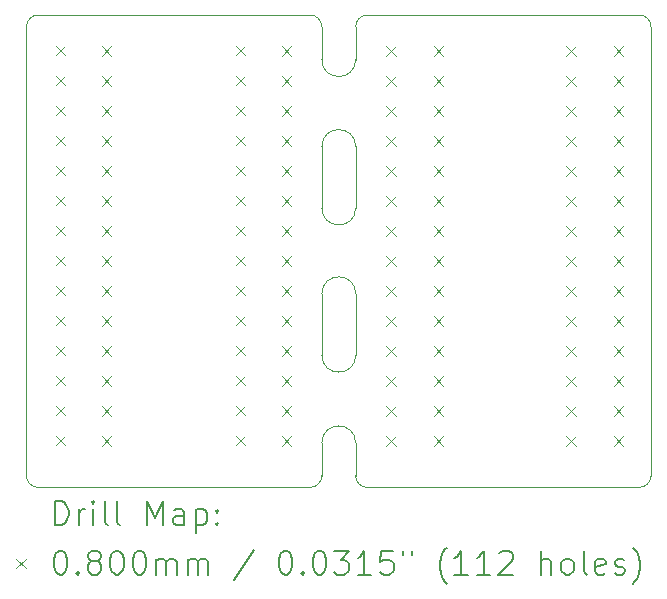
<source format=gbr>
%TF.GenerationSoftware,KiCad,Pcbnew,7.0.1*%
%TF.CreationDate,2023-07-22T01:47:03+03:00*%
%TF.ProjectId,kr556rt2,6b723535-3672-4743-922e-6b696361645f,rev?*%
%TF.SameCoordinates,Original*%
%TF.FileFunction,Drillmap*%
%TF.FilePolarity,Positive*%
%FSLAX45Y45*%
G04 Gerber Fmt 4.5, Leading zero omitted, Abs format (unit mm)*
G04 Created by KiCad (PCBNEW 7.0.1) date 2023-07-22 01:47:03*
%MOMM*%
%LPD*%
G01*
G04 APERTURE LIST*
%ADD10C,0.100000*%
%ADD11C,0.200000*%
%ADD12C,0.080000*%
G04 APERTURE END LIST*
D10*
X5954700Y-3810000D02*
X8256012Y-3810000D01*
X8641668Y-7432128D02*
G75*
G03*
X8356012Y-7432128I-142828J0D01*
G01*
X8356012Y-4187872D02*
G75*
G03*
X8641668Y-4187872I142828J0D01*
G01*
X8356600Y-5444196D02*
X8356600Y-4923108D01*
X8741668Y-7810000D02*
X11042980Y-7810000D01*
X8741668Y-3809998D02*
G75*
G03*
X8641668Y-3910000I2J-100002D01*
G01*
X11142980Y-3910000D02*
G75*
G03*
X11042980Y-3810000I-100000J0D01*
G01*
X8356600Y-6690748D02*
X8356600Y-6169660D01*
X8641670Y-7710000D02*
G75*
G03*
X8741668Y-7810000I100000J0D01*
G01*
X8741668Y-3810000D02*
X11042980Y-3810000D01*
X8356010Y-3910000D02*
G75*
G03*
X8256012Y-3810000I-100000J0D01*
G01*
X8642255Y-6169660D02*
G75*
G03*
X8356600Y-6169660I-142828J0D01*
G01*
X8356600Y-6690748D02*
G75*
G03*
X8642255Y-6690748I142828J0D01*
G01*
X8642255Y-6690748D02*
X8642255Y-6169660D01*
X5954700Y-7810000D02*
X8256012Y-7810000D01*
X5854700Y-7710000D02*
G75*
G03*
X5954700Y-7810000I100000J0D01*
G01*
X5854700Y-3910000D02*
X5854700Y-7710000D01*
X8642255Y-4923108D02*
G75*
G03*
X8356600Y-4923108I-142828J0D01*
G01*
X8641668Y-7432128D02*
X8641668Y-7710000D01*
X5954700Y-3810000D02*
G75*
G03*
X5854700Y-3910000I0J-100000D01*
G01*
X8356012Y-4187872D02*
X8356012Y-3910000D01*
X8642255Y-5444196D02*
X8642255Y-4923108D01*
X11142980Y-3910000D02*
X11142980Y-7710000D01*
X11042980Y-7810000D02*
G75*
G03*
X11142980Y-7710000I0J100000D01*
G01*
X8356600Y-5444196D02*
G75*
G03*
X8642255Y-5444196I142828J0D01*
G01*
X8641668Y-4187872D02*
X8641668Y-3910000D01*
X8256012Y-7810002D02*
G75*
G03*
X8356012Y-7710000I-2J100002D01*
G01*
X8356012Y-7432128D02*
X8356012Y-7710000D01*
D11*
D12*
X6103069Y-4070005D02*
X6183069Y-4150005D01*
X6183069Y-4070005D02*
X6103069Y-4150005D01*
X6103069Y-4324005D02*
X6183069Y-4404005D01*
X6183069Y-4324005D02*
X6103069Y-4404005D01*
X6103069Y-4578005D02*
X6183069Y-4658005D01*
X6183069Y-4578005D02*
X6103069Y-4658005D01*
X6103069Y-4832005D02*
X6183069Y-4912005D01*
X6183069Y-4832005D02*
X6103069Y-4912005D01*
X6103069Y-5086005D02*
X6183069Y-5166005D01*
X6183069Y-5086005D02*
X6103069Y-5166005D01*
X6103069Y-5340005D02*
X6183069Y-5420005D01*
X6183069Y-5340005D02*
X6103069Y-5420005D01*
X6103069Y-5594005D02*
X6183069Y-5674005D01*
X6183069Y-5594005D02*
X6103069Y-5674005D01*
X6103069Y-5848005D02*
X6183069Y-5928005D01*
X6183069Y-5848005D02*
X6103069Y-5928005D01*
X6103069Y-6102005D02*
X6183069Y-6182005D01*
X6183069Y-6102005D02*
X6103069Y-6182005D01*
X6103069Y-6356005D02*
X6183069Y-6436005D01*
X6183069Y-6356005D02*
X6103069Y-6436005D01*
X6103069Y-6610005D02*
X6183069Y-6690005D01*
X6183069Y-6610005D02*
X6103069Y-6690005D01*
X6103069Y-6864005D02*
X6183069Y-6944005D01*
X6183069Y-6864005D02*
X6103069Y-6944005D01*
X6103069Y-7118005D02*
X6183069Y-7198005D01*
X6183069Y-7118005D02*
X6103069Y-7198005D01*
X6103069Y-7372005D02*
X6183069Y-7452005D01*
X6183069Y-7372005D02*
X6103069Y-7452005D01*
X6491689Y-4073585D02*
X6571689Y-4153585D01*
X6571689Y-4073585D02*
X6491689Y-4153585D01*
X6491689Y-4327585D02*
X6571689Y-4407585D01*
X6571689Y-4327585D02*
X6491689Y-4407585D01*
X6491689Y-4581585D02*
X6571689Y-4661585D01*
X6571689Y-4581585D02*
X6491689Y-4661585D01*
X6491689Y-4835585D02*
X6571689Y-4915585D01*
X6571689Y-4835585D02*
X6491689Y-4915585D01*
X6491689Y-5089585D02*
X6571689Y-5169585D01*
X6571689Y-5089585D02*
X6491689Y-5169585D01*
X6491689Y-5343585D02*
X6571689Y-5423585D01*
X6571689Y-5343585D02*
X6491689Y-5423585D01*
X6491689Y-5597585D02*
X6571689Y-5677585D01*
X6571689Y-5597585D02*
X6491689Y-5677585D01*
X6491689Y-5851585D02*
X6571689Y-5931585D01*
X6571689Y-5851585D02*
X6491689Y-5931585D01*
X6491689Y-6105585D02*
X6571689Y-6185585D01*
X6571689Y-6105585D02*
X6491689Y-6185585D01*
X6491689Y-6359585D02*
X6571689Y-6439585D01*
X6571689Y-6359585D02*
X6491689Y-6439585D01*
X6491689Y-6613585D02*
X6571689Y-6693585D01*
X6571689Y-6613585D02*
X6491689Y-6693585D01*
X6491689Y-6867585D02*
X6571689Y-6947585D01*
X6571689Y-6867585D02*
X6491689Y-6947585D01*
X6491689Y-7121585D02*
X6571689Y-7201585D01*
X6571689Y-7121585D02*
X6491689Y-7201585D01*
X6491689Y-7375585D02*
X6571689Y-7455585D01*
X6571689Y-7375585D02*
X6491689Y-7455585D01*
X7627069Y-4070005D02*
X7707069Y-4150005D01*
X7707069Y-4070005D02*
X7627069Y-4150005D01*
X7627069Y-4324005D02*
X7707069Y-4404005D01*
X7707069Y-4324005D02*
X7627069Y-4404005D01*
X7627069Y-4578005D02*
X7707069Y-4658005D01*
X7707069Y-4578005D02*
X7627069Y-4658005D01*
X7627069Y-4832005D02*
X7707069Y-4912005D01*
X7707069Y-4832005D02*
X7627069Y-4912005D01*
X7627069Y-5086005D02*
X7707069Y-5166005D01*
X7707069Y-5086005D02*
X7627069Y-5166005D01*
X7627069Y-5340005D02*
X7707069Y-5420005D01*
X7707069Y-5340005D02*
X7627069Y-5420005D01*
X7627069Y-5594005D02*
X7707069Y-5674005D01*
X7707069Y-5594005D02*
X7627069Y-5674005D01*
X7627069Y-5848005D02*
X7707069Y-5928005D01*
X7707069Y-5848005D02*
X7627069Y-5928005D01*
X7627069Y-6102005D02*
X7707069Y-6182005D01*
X7707069Y-6102005D02*
X7627069Y-6182005D01*
X7627069Y-6356005D02*
X7707069Y-6436005D01*
X7707069Y-6356005D02*
X7627069Y-6436005D01*
X7627069Y-6610005D02*
X7707069Y-6690005D01*
X7707069Y-6610005D02*
X7627069Y-6690005D01*
X7627069Y-6864005D02*
X7707069Y-6944005D01*
X7707069Y-6864005D02*
X7627069Y-6944005D01*
X7627069Y-7118005D02*
X7707069Y-7198005D01*
X7707069Y-7118005D02*
X7627069Y-7198005D01*
X7627069Y-7372005D02*
X7707069Y-7452005D01*
X7707069Y-7372005D02*
X7627069Y-7452005D01*
X8015689Y-4073585D02*
X8095689Y-4153585D01*
X8095689Y-4073585D02*
X8015689Y-4153585D01*
X8015689Y-4327585D02*
X8095689Y-4407585D01*
X8095689Y-4327585D02*
X8015689Y-4407585D01*
X8015689Y-4581585D02*
X8095689Y-4661585D01*
X8095689Y-4581585D02*
X8015689Y-4661585D01*
X8015689Y-4835585D02*
X8095689Y-4915585D01*
X8095689Y-4835585D02*
X8015689Y-4915585D01*
X8015689Y-5089585D02*
X8095689Y-5169585D01*
X8095689Y-5089585D02*
X8015689Y-5169585D01*
X8015689Y-5343585D02*
X8095689Y-5423585D01*
X8095689Y-5343585D02*
X8015689Y-5423585D01*
X8015689Y-5597585D02*
X8095689Y-5677585D01*
X8095689Y-5597585D02*
X8015689Y-5677585D01*
X8015689Y-5851585D02*
X8095689Y-5931585D01*
X8095689Y-5851585D02*
X8015689Y-5931585D01*
X8015689Y-6105585D02*
X8095689Y-6185585D01*
X8095689Y-6105585D02*
X8015689Y-6185585D01*
X8015689Y-6359585D02*
X8095689Y-6439585D01*
X8095689Y-6359585D02*
X8015689Y-6439585D01*
X8015689Y-6613585D02*
X8095689Y-6693585D01*
X8095689Y-6613585D02*
X8015689Y-6693585D01*
X8015689Y-6867585D02*
X8095689Y-6947585D01*
X8095689Y-6867585D02*
X8015689Y-6947585D01*
X8015689Y-7121585D02*
X8095689Y-7201585D01*
X8095689Y-7121585D02*
X8015689Y-7201585D01*
X8015689Y-7375585D02*
X8095689Y-7455585D01*
X8095689Y-7375585D02*
X8015689Y-7455585D01*
X8900800Y-4074675D02*
X8980800Y-4154675D01*
X8980800Y-4074675D02*
X8900800Y-4154675D01*
X8900800Y-4328675D02*
X8980800Y-4408675D01*
X8980800Y-4328675D02*
X8900800Y-4408675D01*
X8900800Y-4582675D02*
X8980800Y-4662675D01*
X8980800Y-4582675D02*
X8900800Y-4662675D01*
X8900800Y-4836675D02*
X8980800Y-4916675D01*
X8980800Y-4836675D02*
X8900800Y-4916675D01*
X8900800Y-5090675D02*
X8980800Y-5170675D01*
X8980800Y-5090675D02*
X8900800Y-5170675D01*
X8900800Y-5344675D02*
X8980800Y-5424675D01*
X8980800Y-5344675D02*
X8900800Y-5424675D01*
X8900800Y-5598675D02*
X8980800Y-5678675D01*
X8980800Y-5598675D02*
X8900800Y-5678675D01*
X8900800Y-5852675D02*
X8980800Y-5932675D01*
X8980800Y-5852675D02*
X8900800Y-5932675D01*
X8900800Y-6106675D02*
X8980800Y-6186675D01*
X8980800Y-6106675D02*
X8900800Y-6186675D01*
X8900800Y-6360675D02*
X8980800Y-6440675D01*
X8980800Y-6360675D02*
X8900800Y-6440675D01*
X8900800Y-6614675D02*
X8980800Y-6694675D01*
X8980800Y-6614675D02*
X8900800Y-6694675D01*
X8900800Y-6868675D02*
X8980800Y-6948675D01*
X8980800Y-6868675D02*
X8900800Y-6948675D01*
X8900800Y-7122675D02*
X8980800Y-7202675D01*
X8980800Y-7122675D02*
X8900800Y-7202675D01*
X8900800Y-7376675D02*
X8980800Y-7456675D01*
X8980800Y-7376675D02*
X8900800Y-7456675D01*
X9304660Y-4074800D02*
X9384660Y-4154800D01*
X9384660Y-4074800D02*
X9304660Y-4154800D01*
X9304660Y-4328800D02*
X9384660Y-4408800D01*
X9384660Y-4328800D02*
X9304660Y-4408800D01*
X9304660Y-4582800D02*
X9384660Y-4662800D01*
X9384660Y-4582800D02*
X9304660Y-4662800D01*
X9304660Y-4836800D02*
X9384660Y-4916800D01*
X9384660Y-4836800D02*
X9304660Y-4916800D01*
X9304660Y-5090800D02*
X9384660Y-5170800D01*
X9384660Y-5090800D02*
X9304660Y-5170800D01*
X9304660Y-5344800D02*
X9384660Y-5424800D01*
X9384660Y-5344800D02*
X9304660Y-5424800D01*
X9304660Y-5598800D02*
X9384660Y-5678800D01*
X9384660Y-5598800D02*
X9304660Y-5678800D01*
X9304660Y-5852800D02*
X9384660Y-5932800D01*
X9384660Y-5852800D02*
X9304660Y-5932800D01*
X9304660Y-6106800D02*
X9384660Y-6186800D01*
X9384660Y-6106800D02*
X9304660Y-6186800D01*
X9304660Y-6360800D02*
X9384660Y-6440800D01*
X9384660Y-6360800D02*
X9304660Y-6440800D01*
X9304660Y-6614800D02*
X9384660Y-6694800D01*
X9384660Y-6614800D02*
X9304660Y-6694800D01*
X9304660Y-6868800D02*
X9384660Y-6948800D01*
X9384660Y-6868800D02*
X9304660Y-6948800D01*
X9304660Y-7122800D02*
X9384660Y-7202800D01*
X9384660Y-7122800D02*
X9304660Y-7202800D01*
X9304660Y-7376800D02*
X9384660Y-7456800D01*
X9384660Y-7376800D02*
X9304660Y-7456800D01*
X10424800Y-4074675D02*
X10504800Y-4154675D01*
X10504800Y-4074675D02*
X10424800Y-4154675D01*
X10424800Y-4328675D02*
X10504800Y-4408675D01*
X10504800Y-4328675D02*
X10424800Y-4408675D01*
X10424800Y-4582675D02*
X10504800Y-4662675D01*
X10504800Y-4582675D02*
X10424800Y-4662675D01*
X10424800Y-4836675D02*
X10504800Y-4916675D01*
X10504800Y-4836675D02*
X10424800Y-4916675D01*
X10424800Y-5090675D02*
X10504800Y-5170675D01*
X10504800Y-5090675D02*
X10424800Y-5170675D01*
X10424800Y-5344675D02*
X10504800Y-5424675D01*
X10504800Y-5344675D02*
X10424800Y-5424675D01*
X10424800Y-5598675D02*
X10504800Y-5678675D01*
X10504800Y-5598675D02*
X10424800Y-5678675D01*
X10424800Y-5852675D02*
X10504800Y-5932675D01*
X10504800Y-5852675D02*
X10424800Y-5932675D01*
X10424800Y-6106675D02*
X10504800Y-6186675D01*
X10504800Y-6106675D02*
X10424800Y-6186675D01*
X10424800Y-6360675D02*
X10504800Y-6440675D01*
X10504800Y-6360675D02*
X10424800Y-6440675D01*
X10424800Y-6614675D02*
X10504800Y-6694675D01*
X10504800Y-6614675D02*
X10424800Y-6694675D01*
X10424800Y-6868675D02*
X10504800Y-6948675D01*
X10504800Y-6868675D02*
X10424800Y-6948675D01*
X10424800Y-7122675D02*
X10504800Y-7202675D01*
X10504800Y-7122675D02*
X10424800Y-7202675D01*
X10424800Y-7376675D02*
X10504800Y-7456675D01*
X10504800Y-7376675D02*
X10424800Y-7456675D01*
X10828660Y-4074800D02*
X10908660Y-4154800D01*
X10908660Y-4074800D02*
X10828660Y-4154800D01*
X10828660Y-4328800D02*
X10908660Y-4408800D01*
X10908660Y-4328800D02*
X10828660Y-4408800D01*
X10828660Y-4582800D02*
X10908660Y-4662800D01*
X10908660Y-4582800D02*
X10828660Y-4662800D01*
X10828660Y-4836800D02*
X10908660Y-4916800D01*
X10908660Y-4836800D02*
X10828660Y-4916800D01*
X10828660Y-5090800D02*
X10908660Y-5170800D01*
X10908660Y-5090800D02*
X10828660Y-5170800D01*
X10828660Y-5344800D02*
X10908660Y-5424800D01*
X10908660Y-5344800D02*
X10828660Y-5424800D01*
X10828660Y-5598800D02*
X10908660Y-5678800D01*
X10908660Y-5598800D02*
X10828660Y-5678800D01*
X10828660Y-5852800D02*
X10908660Y-5932800D01*
X10908660Y-5852800D02*
X10828660Y-5932800D01*
X10828660Y-6106800D02*
X10908660Y-6186800D01*
X10908660Y-6106800D02*
X10828660Y-6186800D01*
X10828660Y-6360800D02*
X10908660Y-6440800D01*
X10908660Y-6360800D02*
X10828660Y-6440800D01*
X10828660Y-6614800D02*
X10908660Y-6694800D01*
X10908660Y-6614800D02*
X10828660Y-6694800D01*
X10828660Y-6868800D02*
X10908660Y-6948800D01*
X10908660Y-6868800D02*
X10828660Y-6948800D01*
X10828660Y-7122800D02*
X10908660Y-7202800D01*
X10908660Y-7122800D02*
X10828660Y-7202800D01*
X10828660Y-7376800D02*
X10908660Y-7456800D01*
X10908660Y-7376800D02*
X10828660Y-7456800D01*
D11*
X6097319Y-8127524D02*
X6097319Y-7927524D01*
X6097319Y-7927524D02*
X6144938Y-7927524D01*
X6144938Y-7927524D02*
X6173509Y-7937048D01*
X6173509Y-7937048D02*
X6192557Y-7956095D01*
X6192557Y-7956095D02*
X6202081Y-7975143D01*
X6202081Y-7975143D02*
X6211605Y-8013238D01*
X6211605Y-8013238D02*
X6211605Y-8041809D01*
X6211605Y-8041809D02*
X6202081Y-8079905D01*
X6202081Y-8079905D02*
X6192557Y-8098952D01*
X6192557Y-8098952D02*
X6173509Y-8118000D01*
X6173509Y-8118000D02*
X6144938Y-8127524D01*
X6144938Y-8127524D02*
X6097319Y-8127524D01*
X6297319Y-8127524D02*
X6297319Y-7994190D01*
X6297319Y-8032286D02*
X6306843Y-8013238D01*
X6306843Y-8013238D02*
X6316367Y-8003714D01*
X6316367Y-8003714D02*
X6335414Y-7994190D01*
X6335414Y-7994190D02*
X6354462Y-7994190D01*
X6421128Y-8127524D02*
X6421128Y-7994190D01*
X6421128Y-7927524D02*
X6411605Y-7937048D01*
X6411605Y-7937048D02*
X6421128Y-7946571D01*
X6421128Y-7946571D02*
X6430652Y-7937048D01*
X6430652Y-7937048D02*
X6421128Y-7927524D01*
X6421128Y-7927524D02*
X6421128Y-7946571D01*
X6544938Y-8127524D02*
X6525890Y-8118000D01*
X6525890Y-8118000D02*
X6516367Y-8098952D01*
X6516367Y-8098952D02*
X6516367Y-7927524D01*
X6649700Y-8127524D02*
X6630652Y-8118000D01*
X6630652Y-8118000D02*
X6621128Y-8098952D01*
X6621128Y-8098952D02*
X6621128Y-7927524D01*
X6878271Y-8127524D02*
X6878271Y-7927524D01*
X6878271Y-7927524D02*
X6944938Y-8070381D01*
X6944938Y-8070381D02*
X7011605Y-7927524D01*
X7011605Y-7927524D02*
X7011605Y-8127524D01*
X7192557Y-8127524D02*
X7192557Y-8022762D01*
X7192557Y-8022762D02*
X7183033Y-8003714D01*
X7183033Y-8003714D02*
X7163986Y-7994190D01*
X7163986Y-7994190D02*
X7125890Y-7994190D01*
X7125890Y-7994190D02*
X7106843Y-8003714D01*
X7192557Y-8118000D02*
X7173509Y-8127524D01*
X7173509Y-8127524D02*
X7125890Y-8127524D01*
X7125890Y-8127524D02*
X7106843Y-8118000D01*
X7106843Y-8118000D02*
X7097319Y-8098952D01*
X7097319Y-8098952D02*
X7097319Y-8079905D01*
X7097319Y-8079905D02*
X7106843Y-8060857D01*
X7106843Y-8060857D02*
X7125890Y-8051333D01*
X7125890Y-8051333D02*
X7173509Y-8051333D01*
X7173509Y-8051333D02*
X7192557Y-8041809D01*
X7287795Y-7994190D02*
X7287795Y-8194190D01*
X7287795Y-8003714D02*
X7306843Y-7994190D01*
X7306843Y-7994190D02*
X7344938Y-7994190D01*
X7344938Y-7994190D02*
X7363986Y-8003714D01*
X7363986Y-8003714D02*
X7373509Y-8013238D01*
X7373509Y-8013238D02*
X7383033Y-8032286D01*
X7383033Y-8032286D02*
X7383033Y-8089428D01*
X7383033Y-8089428D02*
X7373509Y-8108476D01*
X7373509Y-8108476D02*
X7363986Y-8118000D01*
X7363986Y-8118000D02*
X7344938Y-8127524D01*
X7344938Y-8127524D02*
X7306843Y-8127524D01*
X7306843Y-8127524D02*
X7287795Y-8118000D01*
X7468748Y-8108476D02*
X7478271Y-8118000D01*
X7478271Y-8118000D02*
X7468748Y-8127524D01*
X7468748Y-8127524D02*
X7459224Y-8118000D01*
X7459224Y-8118000D02*
X7468748Y-8108476D01*
X7468748Y-8108476D02*
X7468748Y-8127524D01*
X7468748Y-8003714D02*
X7478271Y-8013238D01*
X7478271Y-8013238D02*
X7468748Y-8022762D01*
X7468748Y-8022762D02*
X7459224Y-8013238D01*
X7459224Y-8013238D02*
X7468748Y-8003714D01*
X7468748Y-8003714D02*
X7468748Y-8022762D01*
D12*
X5769700Y-8415000D02*
X5849700Y-8495000D01*
X5849700Y-8415000D02*
X5769700Y-8495000D01*
D11*
X6135414Y-8347524D02*
X6154462Y-8347524D01*
X6154462Y-8347524D02*
X6173509Y-8357048D01*
X6173509Y-8357048D02*
X6183033Y-8366571D01*
X6183033Y-8366571D02*
X6192557Y-8385619D01*
X6192557Y-8385619D02*
X6202081Y-8423714D01*
X6202081Y-8423714D02*
X6202081Y-8471333D01*
X6202081Y-8471333D02*
X6192557Y-8509429D01*
X6192557Y-8509429D02*
X6183033Y-8528476D01*
X6183033Y-8528476D02*
X6173509Y-8538000D01*
X6173509Y-8538000D02*
X6154462Y-8547524D01*
X6154462Y-8547524D02*
X6135414Y-8547524D01*
X6135414Y-8547524D02*
X6116367Y-8538000D01*
X6116367Y-8538000D02*
X6106843Y-8528476D01*
X6106843Y-8528476D02*
X6097319Y-8509429D01*
X6097319Y-8509429D02*
X6087795Y-8471333D01*
X6087795Y-8471333D02*
X6087795Y-8423714D01*
X6087795Y-8423714D02*
X6097319Y-8385619D01*
X6097319Y-8385619D02*
X6106843Y-8366571D01*
X6106843Y-8366571D02*
X6116367Y-8357048D01*
X6116367Y-8357048D02*
X6135414Y-8347524D01*
X6287795Y-8528476D02*
X6297319Y-8538000D01*
X6297319Y-8538000D02*
X6287795Y-8547524D01*
X6287795Y-8547524D02*
X6278271Y-8538000D01*
X6278271Y-8538000D02*
X6287795Y-8528476D01*
X6287795Y-8528476D02*
X6287795Y-8547524D01*
X6411605Y-8433238D02*
X6392557Y-8423714D01*
X6392557Y-8423714D02*
X6383033Y-8414190D01*
X6383033Y-8414190D02*
X6373509Y-8395143D01*
X6373509Y-8395143D02*
X6373509Y-8385619D01*
X6373509Y-8385619D02*
X6383033Y-8366571D01*
X6383033Y-8366571D02*
X6392557Y-8357048D01*
X6392557Y-8357048D02*
X6411605Y-8347524D01*
X6411605Y-8347524D02*
X6449700Y-8347524D01*
X6449700Y-8347524D02*
X6468748Y-8357048D01*
X6468748Y-8357048D02*
X6478271Y-8366571D01*
X6478271Y-8366571D02*
X6487795Y-8385619D01*
X6487795Y-8385619D02*
X6487795Y-8395143D01*
X6487795Y-8395143D02*
X6478271Y-8414190D01*
X6478271Y-8414190D02*
X6468748Y-8423714D01*
X6468748Y-8423714D02*
X6449700Y-8433238D01*
X6449700Y-8433238D02*
X6411605Y-8433238D01*
X6411605Y-8433238D02*
X6392557Y-8442762D01*
X6392557Y-8442762D02*
X6383033Y-8452286D01*
X6383033Y-8452286D02*
X6373509Y-8471333D01*
X6373509Y-8471333D02*
X6373509Y-8509429D01*
X6373509Y-8509429D02*
X6383033Y-8528476D01*
X6383033Y-8528476D02*
X6392557Y-8538000D01*
X6392557Y-8538000D02*
X6411605Y-8547524D01*
X6411605Y-8547524D02*
X6449700Y-8547524D01*
X6449700Y-8547524D02*
X6468748Y-8538000D01*
X6468748Y-8538000D02*
X6478271Y-8528476D01*
X6478271Y-8528476D02*
X6487795Y-8509429D01*
X6487795Y-8509429D02*
X6487795Y-8471333D01*
X6487795Y-8471333D02*
X6478271Y-8452286D01*
X6478271Y-8452286D02*
X6468748Y-8442762D01*
X6468748Y-8442762D02*
X6449700Y-8433238D01*
X6611605Y-8347524D02*
X6630652Y-8347524D01*
X6630652Y-8347524D02*
X6649700Y-8357048D01*
X6649700Y-8357048D02*
X6659224Y-8366571D01*
X6659224Y-8366571D02*
X6668748Y-8385619D01*
X6668748Y-8385619D02*
X6678271Y-8423714D01*
X6678271Y-8423714D02*
X6678271Y-8471333D01*
X6678271Y-8471333D02*
X6668748Y-8509429D01*
X6668748Y-8509429D02*
X6659224Y-8528476D01*
X6659224Y-8528476D02*
X6649700Y-8538000D01*
X6649700Y-8538000D02*
X6630652Y-8547524D01*
X6630652Y-8547524D02*
X6611605Y-8547524D01*
X6611605Y-8547524D02*
X6592557Y-8538000D01*
X6592557Y-8538000D02*
X6583033Y-8528476D01*
X6583033Y-8528476D02*
X6573509Y-8509429D01*
X6573509Y-8509429D02*
X6563986Y-8471333D01*
X6563986Y-8471333D02*
X6563986Y-8423714D01*
X6563986Y-8423714D02*
X6573509Y-8385619D01*
X6573509Y-8385619D02*
X6583033Y-8366571D01*
X6583033Y-8366571D02*
X6592557Y-8357048D01*
X6592557Y-8357048D02*
X6611605Y-8347524D01*
X6802081Y-8347524D02*
X6821129Y-8347524D01*
X6821129Y-8347524D02*
X6840176Y-8357048D01*
X6840176Y-8357048D02*
X6849700Y-8366571D01*
X6849700Y-8366571D02*
X6859224Y-8385619D01*
X6859224Y-8385619D02*
X6868748Y-8423714D01*
X6868748Y-8423714D02*
X6868748Y-8471333D01*
X6868748Y-8471333D02*
X6859224Y-8509429D01*
X6859224Y-8509429D02*
X6849700Y-8528476D01*
X6849700Y-8528476D02*
X6840176Y-8538000D01*
X6840176Y-8538000D02*
X6821129Y-8547524D01*
X6821129Y-8547524D02*
X6802081Y-8547524D01*
X6802081Y-8547524D02*
X6783033Y-8538000D01*
X6783033Y-8538000D02*
X6773509Y-8528476D01*
X6773509Y-8528476D02*
X6763986Y-8509429D01*
X6763986Y-8509429D02*
X6754462Y-8471333D01*
X6754462Y-8471333D02*
X6754462Y-8423714D01*
X6754462Y-8423714D02*
X6763986Y-8385619D01*
X6763986Y-8385619D02*
X6773509Y-8366571D01*
X6773509Y-8366571D02*
X6783033Y-8357048D01*
X6783033Y-8357048D02*
X6802081Y-8347524D01*
X6954462Y-8547524D02*
X6954462Y-8414190D01*
X6954462Y-8433238D02*
X6963986Y-8423714D01*
X6963986Y-8423714D02*
X6983033Y-8414190D01*
X6983033Y-8414190D02*
X7011605Y-8414190D01*
X7011605Y-8414190D02*
X7030652Y-8423714D01*
X7030652Y-8423714D02*
X7040176Y-8442762D01*
X7040176Y-8442762D02*
X7040176Y-8547524D01*
X7040176Y-8442762D02*
X7049700Y-8423714D01*
X7049700Y-8423714D02*
X7068748Y-8414190D01*
X7068748Y-8414190D02*
X7097319Y-8414190D01*
X7097319Y-8414190D02*
X7116367Y-8423714D01*
X7116367Y-8423714D02*
X7125890Y-8442762D01*
X7125890Y-8442762D02*
X7125890Y-8547524D01*
X7221129Y-8547524D02*
X7221129Y-8414190D01*
X7221129Y-8433238D02*
X7230652Y-8423714D01*
X7230652Y-8423714D02*
X7249700Y-8414190D01*
X7249700Y-8414190D02*
X7278271Y-8414190D01*
X7278271Y-8414190D02*
X7297319Y-8423714D01*
X7297319Y-8423714D02*
X7306843Y-8442762D01*
X7306843Y-8442762D02*
X7306843Y-8547524D01*
X7306843Y-8442762D02*
X7316367Y-8423714D01*
X7316367Y-8423714D02*
X7335414Y-8414190D01*
X7335414Y-8414190D02*
X7363986Y-8414190D01*
X7363986Y-8414190D02*
X7383033Y-8423714D01*
X7383033Y-8423714D02*
X7392557Y-8442762D01*
X7392557Y-8442762D02*
X7392557Y-8547524D01*
X7783033Y-8338000D02*
X7611605Y-8595143D01*
X8040176Y-8347524D02*
X8059224Y-8347524D01*
X8059224Y-8347524D02*
X8078272Y-8357048D01*
X8078272Y-8357048D02*
X8087795Y-8366571D01*
X8087795Y-8366571D02*
X8097319Y-8385619D01*
X8097319Y-8385619D02*
X8106843Y-8423714D01*
X8106843Y-8423714D02*
X8106843Y-8471333D01*
X8106843Y-8471333D02*
X8097319Y-8509429D01*
X8097319Y-8509429D02*
X8087795Y-8528476D01*
X8087795Y-8528476D02*
X8078272Y-8538000D01*
X8078272Y-8538000D02*
X8059224Y-8547524D01*
X8059224Y-8547524D02*
X8040176Y-8547524D01*
X8040176Y-8547524D02*
X8021129Y-8538000D01*
X8021129Y-8538000D02*
X8011605Y-8528476D01*
X8011605Y-8528476D02*
X8002081Y-8509429D01*
X8002081Y-8509429D02*
X7992557Y-8471333D01*
X7992557Y-8471333D02*
X7992557Y-8423714D01*
X7992557Y-8423714D02*
X8002081Y-8385619D01*
X8002081Y-8385619D02*
X8011605Y-8366571D01*
X8011605Y-8366571D02*
X8021129Y-8357048D01*
X8021129Y-8357048D02*
X8040176Y-8347524D01*
X8192557Y-8528476D02*
X8202081Y-8538000D01*
X8202081Y-8538000D02*
X8192557Y-8547524D01*
X8192557Y-8547524D02*
X8183033Y-8538000D01*
X8183033Y-8538000D02*
X8192557Y-8528476D01*
X8192557Y-8528476D02*
X8192557Y-8547524D01*
X8325891Y-8347524D02*
X8344938Y-8347524D01*
X8344938Y-8347524D02*
X8363986Y-8357048D01*
X8363986Y-8357048D02*
X8373510Y-8366571D01*
X8373510Y-8366571D02*
X8383033Y-8385619D01*
X8383033Y-8385619D02*
X8392557Y-8423714D01*
X8392557Y-8423714D02*
X8392557Y-8471333D01*
X8392557Y-8471333D02*
X8383033Y-8509429D01*
X8383033Y-8509429D02*
X8373510Y-8528476D01*
X8373510Y-8528476D02*
X8363986Y-8538000D01*
X8363986Y-8538000D02*
X8344938Y-8547524D01*
X8344938Y-8547524D02*
X8325891Y-8547524D01*
X8325891Y-8547524D02*
X8306843Y-8538000D01*
X8306843Y-8538000D02*
X8297319Y-8528476D01*
X8297319Y-8528476D02*
X8287795Y-8509429D01*
X8287795Y-8509429D02*
X8278272Y-8471333D01*
X8278272Y-8471333D02*
X8278272Y-8423714D01*
X8278272Y-8423714D02*
X8287795Y-8385619D01*
X8287795Y-8385619D02*
X8297319Y-8366571D01*
X8297319Y-8366571D02*
X8306843Y-8357048D01*
X8306843Y-8357048D02*
X8325891Y-8347524D01*
X8459224Y-8347524D02*
X8583034Y-8347524D01*
X8583034Y-8347524D02*
X8516367Y-8423714D01*
X8516367Y-8423714D02*
X8544938Y-8423714D01*
X8544938Y-8423714D02*
X8563986Y-8433238D01*
X8563986Y-8433238D02*
X8573510Y-8442762D01*
X8573510Y-8442762D02*
X8583034Y-8461810D01*
X8583034Y-8461810D02*
X8583034Y-8509429D01*
X8583034Y-8509429D02*
X8573510Y-8528476D01*
X8573510Y-8528476D02*
X8563986Y-8538000D01*
X8563986Y-8538000D02*
X8544938Y-8547524D01*
X8544938Y-8547524D02*
X8487795Y-8547524D01*
X8487795Y-8547524D02*
X8468748Y-8538000D01*
X8468748Y-8538000D02*
X8459224Y-8528476D01*
X8773510Y-8547524D02*
X8659224Y-8547524D01*
X8716367Y-8547524D02*
X8716367Y-8347524D01*
X8716367Y-8347524D02*
X8697319Y-8376095D01*
X8697319Y-8376095D02*
X8678272Y-8395143D01*
X8678272Y-8395143D02*
X8659224Y-8404667D01*
X8954462Y-8347524D02*
X8859224Y-8347524D01*
X8859224Y-8347524D02*
X8849700Y-8442762D01*
X8849700Y-8442762D02*
X8859224Y-8433238D01*
X8859224Y-8433238D02*
X8878272Y-8423714D01*
X8878272Y-8423714D02*
X8925891Y-8423714D01*
X8925891Y-8423714D02*
X8944938Y-8433238D01*
X8944938Y-8433238D02*
X8954462Y-8442762D01*
X8954462Y-8442762D02*
X8963986Y-8461810D01*
X8963986Y-8461810D02*
X8963986Y-8509429D01*
X8963986Y-8509429D02*
X8954462Y-8528476D01*
X8954462Y-8528476D02*
X8944938Y-8538000D01*
X8944938Y-8538000D02*
X8925891Y-8547524D01*
X8925891Y-8547524D02*
X8878272Y-8547524D01*
X8878272Y-8547524D02*
X8859224Y-8538000D01*
X8859224Y-8538000D02*
X8849700Y-8528476D01*
X9040176Y-8347524D02*
X9040176Y-8385619D01*
X9116367Y-8347524D02*
X9116367Y-8385619D01*
X9411605Y-8623714D02*
X9402081Y-8614190D01*
X9402081Y-8614190D02*
X9383034Y-8585619D01*
X9383034Y-8585619D02*
X9373510Y-8566571D01*
X9373510Y-8566571D02*
X9363986Y-8538000D01*
X9363986Y-8538000D02*
X9354462Y-8490381D01*
X9354462Y-8490381D02*
X9354462Y-8452286D01*
X9354462Y-8452286D02*
X9363986Y-8404667D01*
X9363986Y-8404667D02*
X9373510Y-8376095D01*
X9373510Y-8376095D02*
X9383034Y-8357048D01*
X9383034Y-8357048D02*
X9402081Y-8328476D01*
X9402081Y-8328476D02*
X9411605Y-8318952D01*
X9592557Y-8547524D02*
X9478272Y-8547524D01*
X9535415Y-8547524D02*
X9535415Y-8347524D01*
X9535415Y-8347524D02*
X9516367Y-8376095D01*
X9516367Y-8376095D02*
X9497319Y-8395143D01*
X9497319Y-8395143D02*
X9478272Y-8404667D01*
X9783034Y-8547524D02*
X9668748Y-8547524D01*
X9725891Y-8547524D02*
X9725891Y-8347524D01*
X9725891Y-8347524D02*
X9706843Y-8376095D01*
X9706843Y-8376095D02*
X9687796Y-8395143D01*
X9687796Y-8395143D02*
X9668748Y-8404667D01*
X9859224Y-8366571D02*
X9868748Y-8357048D01*
X9868748Y-8357048D02*
X9887796Y-8347524D01*
X9887796Y-8347524D02*
X9935415Y-8347524D01*
X9935415Y-8347524D02*
X9954462Y-8357048D01*
X9954462Y-8357048D02*
X9963986Y-8366571D01*
X9963986Y-8366571D02*
X9973510Y-8385619D01*
X9973510Y-8385619D02*
X9973510Y-8404667D01*
X9973510Y-8404667D02*
X9963986Y-8433238D01*
X9963986Y-8433238D02*
X9849700Y-8547524D01*
X9849700Y-8547524D02*
X9973510Y-8547524D01*
X10211605Y-8547524D02*
X10211605Y-8347524D01*
X10297319Y-8547524D02*
X10297319Y-8442762D01*
X10297319Y-8442762D02*
X10287796Y-8423714D01*
X10287796Y-8423714D02*
X10268748Y-8414190D01*
X10268748Y-8414190D02*
X10240177Y-8414190D01*
X10240177Y-8414190D02*
X10221129Y-8423714D01*
X10221129Y-8423714D02*
X10211605Y-8433238D01*
X10421129Y-8547524D02*
X10402081Y-8538000D01*
X10402081Y-8538000D02*
X10392558Y-8528476D01*
X10392558Y-8528476D02*
X10383034Y-8509429D01*
X10383034Y-8509429D02*
X10383034Y-8452286D01*
X10383034Y-8452286D02*
X10392558Y-8433238D01*
X10392558Y-8433238D02*
X10402081Y-8423714D01*
X10402081Y-8423714D02*
X10421129Y-8414190D01*
X10421129Y-8414190D02*
X10449700Y-8414190D01*
X10449700Y-8414190D02*
X10468748Y-8423714D01*
X10468748Y-8423714D02*
X10478272Y-8433238D01*
X10478272Y-8433238D02*
X10487796Y-8452286D01*
X10487796Y-8452286D02*
X10487796Y-8509429D01*
X10487796Y-8509429D02*
X10478272Y-8528476D01*
X10478272Y-8528476D02*
X10468748Y-8538000D01*
X10468748Y-8538000D02*
X10449700Y-8547524D01*
X10449700Y-8547524D02*
X10421129Y-8547524D01*
X10602081Y-8547524D02*
X10583034Y-8538000D01*
X10583034Y-8538000D02*
X10573510Y-8518952D01*
X10573510Y-8518952D02*
X10573510Y-8347524D01*
X10754462Y-8538000D02*
X10735415Y-8547524D01*
X10735415Y-8547524D02*
X10697319Y-8547524D01*
X10697319Y-8547524D02*
X10678272Y-8538000D01*
X10678272Y-8538000D02*
X10668748Y-8518952D01*
X10668748Y-8518952D02*
X10668748Y-8442762D01*
X10668748Y-8442762D02*
X10678272Y-8423714D01*
X10678272Y-8423714D02*
X10697319Y-8414190D01*
X10697319Y-8414190D02*
X10735415Y-8414190D01*
X10735415Y-8414190D02*
X10754462Y-8423714D01*
X10754462Y-8423714D02*
X10763986Y-8442762D01*
X10763986Y-8442762D02*
X10763986Y-8461810D01*
X10763986Y-8461810D02*
X10668748Y-8480857D01*
X10840177Y-8538000D02*
X10859224Y-8547524D01*
X10859224Y-8547524D02*
X10897319Y-8547524D01*
X10897319Y-8547524D02*
X10916367Y-8538000D01*
X10916367Y-8538000D02*
X10925891Y-8518952D01*
X10925891Y-8518952D02*
X10925891Y-8509429D01*
X10925891Y-8509429D02*
X10916367Y-8490381D01*
X10916367Y-8490381D02*
X10897319Y-8480857D01*
X10897319Y-8480857D02*
X10868748Y-8480857D01*
X10868748Y-8480857D02*
X10849700Y-8471333D01*
X10849700Y-8471333D02*
X10840177Y-8452286D01*
X10840177Y-8452286D02*
X10840177Y-8442762D01*
X10840177Y-8442762D02*
X10849700Y-8423714D01*
X10849700Y-8423714D02*
X10868748Y-8414190D01*
X10868748Y-8414190D02*
X10897319Y-8414190D01*
X10897319Y-8414190D02*
X10916367Y-8423714D01*
X10992558Y-8623714D02*
X11002081Y-8614190D01*
X11002081Y-8614190D02*
X11021129Y-8585619D01*
X11021129Y-8585619D02*
X11030653Y-8566571D01*
X11030653Y-8566571D02*
X11040177Y-8538000D01*
X11040177Y-8538000D02*
X11049700Y-8490381D01*
X11049700Y-8490381D02*
X11049700Y-8452286D01*
X11049700Y-8452286D02*
X11040177Y-8404667D01*
X11040177Y-8404667D02*
X11030653Y-8376095D01*
X11030653Y-8376095D02*
X11021129Y-8357048D01*
X11021129Y-8357048D02*
X11002081Y-8328476D01*
X11002081Y-8328476D02*
X10992558Y-8318952D01*
M02*

</source>
